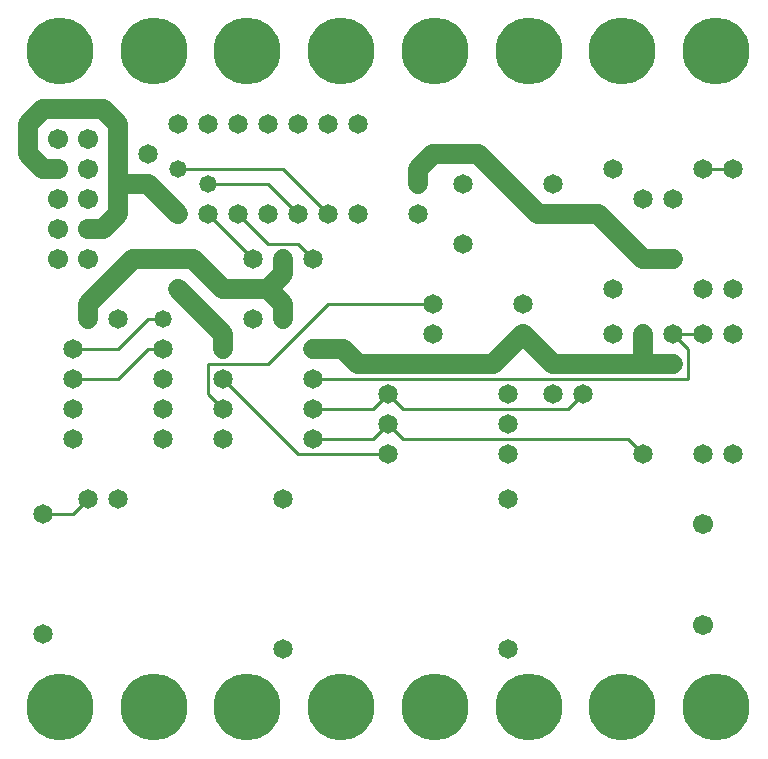
<source format=gbl>
%MOIN*%
%FSLAX25Y25*%
G04 D10 used for Character Trace; *
G04     Circle (OD=.01000) (No hole)*
G04 D11 used for Power Trace; *
G04     Circle (OD=.06500) (No hole)*
G04 D12 used for Signal Trace; *
G04     Circle (OD=.01100) (No hole)*
G04 D13 used for Via; *
G04     Circle (OD=.05800) (Round. Hole ID=.02800)*
G04 D14 used for Component hole; *
G04     Circle (OD=.06500) (Round. Hole ID=.03500)*
G04 D15 used for Component hole; *
G04     Circle (OD=.06700) (Round. Hole ID=.04300)*
G04 D16 used for Component hole; *
G04     Circle (OD=.08100) (Round. Hole ID=.05100)*
G04 D17 used for Component hole; *
G04     Circle (OD=.08900) (Round. Hole ID=.05900)*
G04 D18 used for Component hole; *
G04     Circle (OD=.11300) (Round. Hole ID=.08300)*
G04 D19 used for Component hole; *
G04     Circle (OD=.16000) (Round. Hole ID=.13000)*
G04 D20 used for Component hole; *
G04     Circle (OD=.18300) (Round. Hole ID=.15300)*
G04 D21 used for Component hole; *
G04     Circle (OD=.22291) (Round. Hole ID=.19291)*
%ADD10C,.01000*%
%ADD11C,.06500*%
%ADD12C,.01100*%
%ADD13C,.05800*%
%ADD14C,.06500*%
%ADD15C,.06700*%
%ADD16C,.08100*%
%ADD17C,.08900*%
%ADD18C,.11300*%
%ADD19C,.16000*%
%ADD20C,.18300*%
%ADD21C,.22291*%
%IPPOS*%
%LPD*%
G90*X0Y0D02*D21*X15625Y15625D03*D14*              
X10000Y40000D03*D21*X46875Y15625D03*D12*          
X10000Y80000D02*X20000D01*D14*X10000D03*D12*      
X20000D02*X25000Y85000D01*D14*D03*X35000D03*      
X20000Y105000D03*X50000D03*Y115000D03*X20000D03*  
X50000Y125000D03*D12*X20000D02*X35000D01*D14*     
X20000D03*Y135000D03*D12*X35000D01*               
X45000Y145000D01*X50000D01*D13*D03*               
X55000Y155000D03*D11*X70000Y140000D01*Y135000D01* 
D14*D03*D12*X65000Y120000D02*Y130000D01*          
X70000Y115000D02*X65000Y120000D01*D14*            
X70000Y115000D03*Y125000D03*D12*X95000Y100000D01* 
X125000D01*D14*D03*D12*X130000Y105000D02*         
X205000D01*X210000Y100000D01*D14*D03*             
X190000Y120000D03*D12*X185000Y115000D01*          
X130000D01*X125000Y120000D01*D14*D03*D12*         
X120000Y115000D01*X100000D01*D14*D03*Y125000D03*  
D12*X225000D01*Y135000D01*X220000Y140000D01*D14*  
D03*D12*X230000D01*D14*D03*X220000Y130000D03*D11* 
X210000D01*X200000D01*D14*D03*D11*X185000D01*D14* 
D03*D11*X180000D01*X170000Y140000D01*D14*D03*D11* 
X160000Y130000D01*X115000D01*X110000Y135000D01*   
X100000D01*D14*D03*X90000Y145000D03*D11*          
Y150000D01*X85000Y155000D01*X70000D01*            
X60000Y165000D01*X40000D01*X25000Y150000D01*      
Y145000D01*D14*D03*X35000D03*D12*Y125000D02*      
X45000Y135000D01*X50000D01*D14*D03*D12*           
X65000Y130000D02*X85000D01*X105000Y150000D01*     
X140000D01*D14*D03*Y140000D03*X150000Y170000D03*  
X170000Y150000D03*X135000Y180000D03*X115000D03*   
X165000Y120000D03*X105000Y180000D03*D12*          
X90000Y195000D01*X55000D01*D13*D03*               
X65000Y190000D03*D12*X85000D01*X95000Y180000D01*  
D14*D03*D12*X85000Y170000D02*X95000D01*           
X100000Y165000D01*D14*D03*X90000D03*D11*          
Y160000D01*X85000Y155000D01*D14*X80000Y145000D03* 
Y165000D03*D12*X65000Y180000D01*D14*D03*X75000D03*
D12*X85000Y170000D01*D14*Y180000D03*X55000D03*D11*
X45000Y190000D01*D14*D03*D11*X35000D01*Y180000D01*
X30000Y175000D01*X25000D01*D15*D03*               
X15000Y185000D03*Y165000D03*X25000Y185000D03*     
X15000Y175000D03*X25000Y165000D03*D11*            
X35000Y190000D02*Y210000D01*X30000Y215000D01*     
X10000D01*X5000Y210000D01*Y200000D01*             
X10000Y195000D01*X15000D01*D15*D03*               
X25000Y205000D03*Y195000D03*X15000Y205000D03*D14* 
X45000Y200000D03*D21*X46875Y234375D03*X15625D03*  
D14*X55000Y210000D03*X65000D03*X75000D03*D21*     
X78125Y234375D03*D14*X85000Y210000D03*X95000D03*  
X105000D03*X70000Y105000D03*X100000D03*D12*       
X120000D01*X125000Y110000D01*D14*D03*D12*         
X130000Y105000D01*D14*X165000Y85000D03*Y100000D03*
Y110000D03*X90000Y85000D03*X180000Y120000D03*     
X90000Y35000D03*X200000Y140000D03*                
X165000Y35000D03*X200000Y155000D03*D11*           
X210000Y165000D02*X195000Y180000D01*D14*          
X210000Y165000D03*D11*X220000D01*D14*D03*         
X230000Y155000D03*X240000D03*X220000Y185000D03*   
X210000D03*D11*X180000Y180000D02*X195000D01*D14*  
X180000D03*D11*X175000D01*X155000Y200000D01*      
X140000D01*X135000Y195000D01*Y190000D01*D14*D03*  
X150000D03*X115000Y210000D03*D21*                 
X171875Y234375D03*X140625D03*D14*                 
X180000Y190000D03*D21*X109375Y234375D03*D14*      
X200000Y195000D03*D21*X203125Y234375D03*D11*      
X210000Y130000D02*Y140000D01*D14*D03*X240000D03*  
X230000Y100000D03*X240000D03*Y195000D03*D12*      
X230000D01*D14*D03*D21*X234375Y234375D03*D15*     
X230000Y76800D03*Y43200D03*D21*X78125Y15625D03*   
X109375D03*X140625D03*X171875D03*X203125D03*      
X234375D03*M02*                                   

</source>
